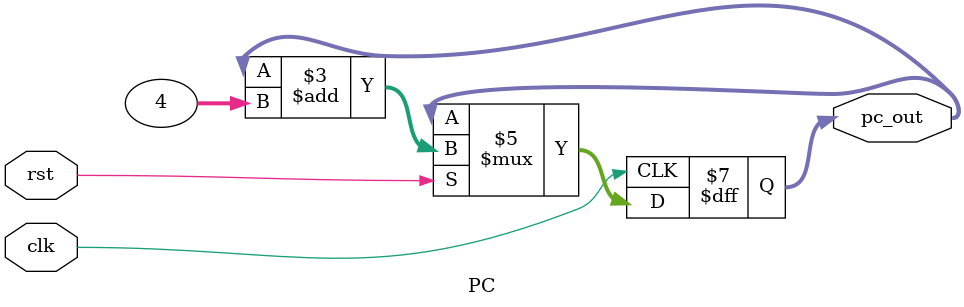
<source format=v>
module PC(input clk, rst,
			 output reg [31:0] pc_out);

always@(posedge clk)
	if(rst != 1'b0)
		pc_out = pc_out+32'd4;
 
			
endmodule 
</source>
